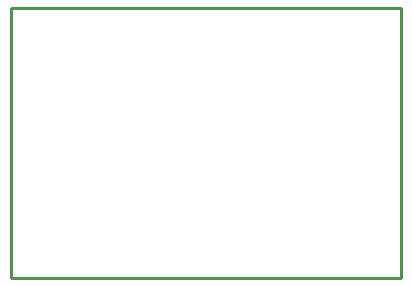
<source format=gm1>
G04*
G04 #@! TF.GenerationSoftware,Altium Limited,Altium Designer,24.9.1 (31)*
G04*
G04 Layer_Color=16711935*
%FSLAX44Y44*%
%MOMM*%
G71*
G04*
G04 #@! TF.SameCoordinates,5B22F005-A4A7-469E-9016-A4F700693913*
G04*
G04*
G04 #@! TF.FilePolarity,Positive*
G04*
G01*
G75*
%ADD11C,0.2540*%
D11*
X330200D01*
X0Y228600D02*
X330200D01*
Y0D02*
Y228600D01*
X0Y0D02*
Y228600D01*
M02*

</source>
